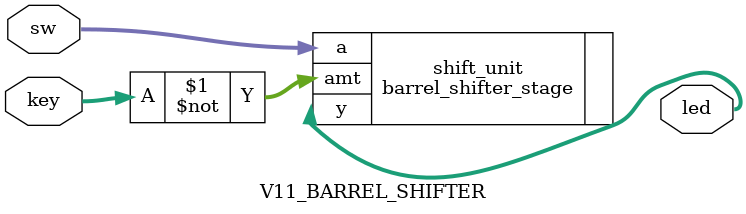
<source format=v>
module V11_BARREL_SHIFTER
  (
    input wire[2:0] key,
	 input wire[7:0] sw,
	 output wire[7:0] led
  );
  
  // instantiate shifter
  barrel_shifter_stage shift_unit
	(.a(sw), .amt(~key), .y(led));
	
endmodule
</source>
